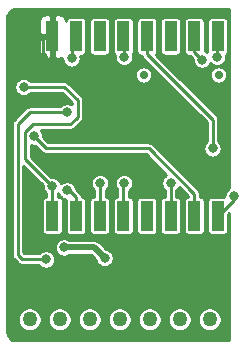
<source format=gbr>
G04 #@! TF.GenerationSoftware,KiCad,Pcbnew,(5.1.5)-3*
G04 #@! TF.CreationDate,2020-03-19T01:35:53+01:00*
G04 #@! TF.ProjectId,ESP8266_RGBA_Receiver,45535038-3236-4365-9f52-4742415f5265,rev?*
G04 #@! TF.SameCoordinates,Original*
G04 #@! TF.FileFunction,Copper,L2,Bot*
G04 #@! TF.FilePolarity,Positive*
%FSLAX46Y46*%
G04 Gerber Fmt 4.6, Leading zero omitted, Abs format (unit mm)*
G04 Created by KiCad (PCBNEW (5.1.5)-3) date 2020-03-19 01:35:53*
%MOMM*%
%LPD*%
G04 APERTURE LIST*
%ADD10C,1.270000*%
%ADD11R,1.000000X2.500000*%
%ADD12C,0.704800*%
%ADD13C,0.800000*%
%ADD14C,0.250000*%
%ADD15C,0.500000*%
%ADD16C,0.254000*%
G04 APERTURE END LIST*
D10*
X80391000Y-76200000D03*
X82931000Y-76200000D03*
X85471000Y-76200000D03*
X88011000Y-76200000D03*
X90551000Y-76200000D03*
X93091000Y-76200000D03*
X95631000Y-76200000D03*
D11*
X96329000Y-67437000D03*
X94329000Y-67437000D03*
X92329000Y-67437000D03*
X90329000Y-67437000D03*
X88329000Y-67437000D03*
X86329000Y-67437000D03*
X84329000Y-67437000D03*
X82329000Y-67437000D03*
X82329000Y-52237000D03*
X84329000Y-52237000D03*
X86329000Y-52237000D03*
X88329000Y-52237000D03*
X90329000Y-52237000D03*
X92329000Y-52237000D03*
X94329000Y-52237000D03*
X96329000Y-52237000D03*
D12*
X90043000Y-55499000D03*
X96393000Y-55499000D03*
D13*
X81534000Y-53975000D03*
X83566000Y-58674000D03*
X81788000Y-71120000D03*
X82296000Y-64897000D03*
X92329000Y-64643000D03*
X79883000Y-56515000D03*
X88392000Y-53975000D03*
X96266000Y-53975000D03*
X94996000Y-54192000D03*
X97663000Y-65786000D03*
X95885000Y-61722000D03*
X86360000Y-64643000D03*
X86741000Y-70993000D03*
X83312000Y-70104000D03*
X83566000Y-65278000D03*
X80772000Y-60706000D03*
X83947000Y-54102000D03*
X88392000Y-64643000D03*
D14*
X81534000Y-52282000D02*
X81534000Y-53975000D01*
X82329000Y-52237000D02*
X81579000Y-52237000D01*
X81579000Y-52237000D02*
X81534000Y-52282000D01*
X81788000Y-71120000D02*
X79756000Y-71120000D01*
X79375000Y-70739000D02*
X79375000Y-70612000D01*
X79756000Y-71120000D02*
X79375000Y-70739000D01*
X83000315Y-58674000D02*
X83566000Y-58674000D01*
X79375000Y-70612000D02*
X79375000Y-59690000D01*
X80391000Y-58674000D02*
X83000315Y-58674000D01*
X79375000Y-59690000D02*
X80391000Y-58674000D01*
X82296000Y-64897000D02*
X82296000Y-65904000D01*
X82296000Y-65904000D02*
X82329000Y-65937000D01*
X82329000Y-65937000D02*
X82329000Y-67437000D01*
X92329000Y-65208685D02*
X92329000Y-67437000D01*
X92329000Y-64643000D02*
X92329000Y-65208685D01*
X80046999Y-60357999D02*
X80714998Y-59690000D01*
X82296000Y-64897000D02*
X80046999Y-62647999D01*
X80046999Y-62647999D02*
X80046999Y-60357999D01*
X80714998Y-59690000D02*
X83623002Y-59690000D01*
X83623002Y-59690000D02*
X83820000Y-59690000D01*
X83820000Y-59690000D02*
X84291001Y-59218999D01*
X84291001Y-59218999D02*
X84455000Y-59055000D01*
X84455000Y-59055000D02*
X84455000Y-57658000D01*
X84455000Y-57658000D02*
X83312000Y-56515000D01*
X83312000Y-56515000D02*
X79883000Y-56515000D01*
X88392000Y-52300000D02*
X88329000Y-52237000D01*
X88392000Y-53975000D02*
X88392000Y-52300000D01*
X96266000Y-52300000D02*
X96329000Y-52237000D01*
X96266000Y-53975000D02*
X96266000Y-52300000D01*
X94329000Y-52237000D02*
X94329000Y-53525000D01*
X94329000Y-53525000D02*
X94996000Y-54192000D01*
X97663000Y-66103000D02*
X96329000Y-67437000D01*
X97663000Y-65786000D02*
X97663000Y-66103000D01*
X90329000Y-53737000D02*
X90329000Y-52237000D01*
X95885000Y-59293000D02*
X90329000Y-53737000D01*
X95885000Y-61722000D02*
X95885000Y-59293000D01*
X86360000Y-67406000D02*
X86329000Y-67437000D01*
X86360000Y-64643000D02*
X86360000Y-67406000D01*
D15*
X86741000Y-70993000D02*
X86341001Y-70593001D01*
X86341001Y-70593001D02*
X85852000Y-70104000D01*
X85852000Y-70104000D02*
X83312000Y-70104000D01*
D14*
X84329000Y-65937000D02*
X84329000Y-67437000D01*
X84329000Y-65856315D02*
X84329000Y-65937000D01*
X83750685Y-65278000D02*
X84329000Y-65856315D01*
X83566000Y-65278000D02*
X83750685Y-65278000D01*
X94329000Y-65569998D02*
X90481002Y-61722000D01*
X94329000Y-67437000D02*
X94329000Y-65569998D01*
X90481002Y-61722000D02*
X81788000Y-61722000D01*
X81788000Y-61722000D02*
X80772000Y-60706000D01*
X83947000Y-52619000D02*
X84329000Y-52237000D01*
X83947000Y-54102000D02*
X83947000Y-52619000D01*
X88329000Y-67437000D02*
X88329000Y-64706000D01*
X88329000Y-64706000D02*
X88392000Y-64643000D01*
D16*
G36*
X97282000Y-65101276D02*
G01*
X97165141Y-65179358D01*
X97056358Y-65288141D01*
X96970887Y-65416058D01*
X96912013Y-65558191D01*
X96882000Y-65709078D01*
X96882000Y-65809377D01*
X96829000Y-65804157D01*
X95829000Y-65804157D01*
X95754311Y-65811513D01*
X95682492Y-65833299D01*
X95616304Y-65868678D01*
X95558289Y-65916289D01*
X95510678Y-65974304D01*
X95475299Y-66040492D01*
X95453513Y-66112311D01*
X95446157Y-66187000D01*
X95446157Y-68687000D01*
X95453513Y-68761689D01*
X95475299Y-68833508D01*
X95510678Y-68899696D01*
X95558289Y-68957711D01*
X95616304Y-69005322D01*
X95682492Y-69040701D01*
X95754311Y-69062487D01*
X95829000Y-69069843D01*
X96829000Y-69069843D01*
X96903689Y-69062487D01*
X96975508Y-69040701D01*
X97041696Y-69005322D01*
X97099711Y-68957711D01*
X97147322Y-68899696D01*
X97182701Y-68833508D01*
X97204487Y-68761689D01*
X97211843Y-68687000D01*
X97211843Y-67269748D01*
X97282000Y-67199591D01*
X97282000Y-77953000D01*
X79191654Y-77953000D01*
X79043829Y-77938506D01*
X78920731Y-77901340D01*
X78807196Y-77840972D01*
X78707549Y-77759702D01*
X78625587Y-77660626D01*
X78564426Y-77547513D01*
X78526404Y-77424682D01*
X78511000Y-77278123D01*
X78511000Y-76099933D01*
X79375000Y-76099933D01*
X79375000Y-76300067D01*
X79414044Y-76496356D01*
X79490632Y-76681256D01*
X79601821Y-76847662D01*
X79743338Y-76989179D01*
X79909744Y-77100368D01*
X80094644Y-77176956D01*
X80290933Y-77216000D01*
X80491067Y-77216000D01*
X80687356Y-77176956D01*
X80872256Y-77100368D01*
X81038662Y-76989179D01*
X81180179Y-76847662D01*
X81291368Y-76681256D01*
X81367956Y-76496356D01*
X81407000Y-76300067D01*
X81407000Y-76099933D01*
X81915000Y-76099933D01*
X81915000Y-76300067D01*
X81954044Y-76496356D01*
X82030632Y-76681256D01*
X82141821Y-76847662D01*
X82283338Y-76989179D01*
X82449744Y-77100368D01*
X82634644Y-77176956D01*
X82830933Y-77216000D01*
X83031067Y-77216000D01*
X83227356Y-77176956D01*
X83412256Y-77100368D01*
X83578662Y-76989179D01*
X83720179Y-76847662D01*
X83831368Y-76681256D01*
X83907956Y-76496356D01*
X83947000Y-76300067D01*
X83947000Y-76099933D01*
X84455000Y-76099933D01*
X84455000Y-76300067D01*
X84494044Y-76496356D01*
X84570632Y-76681256D01*
X84681821Y-76847662D01*
X84823338Y-76989179D01*
X84989744Y-77100368D01*
X85174644Y-77176956D01*
X85370933Y-77216000D01*
X85571067Y-77216000D01*
X85767356Y-77176956D01*
X85952256Y-77100368D01*
X86118662Y-76989179D01*
X86260179Y-76847662D01*
X86371368Y-76681256D01*
X86447956Y-76496356D01*
X86487000Y-76300067D01*
X86487000Y-76099933D01*
X86995000Y-76099933D01*
X86995000Y-76300067D01*
X87034044Y-76496356D01*
X87110632Y-76681256D01*
X87221821Y-76847662D01*
X87363338Y-76989179D01*
X87529744Y-77100368D01*
X87714644Y-77176956D01*
X87910933Y-77216000D01*
X88111067Y-77216000D01*
X88307356Y-77176956D01*
X88492256Y-77100368D01*
X88658662Y-76989179D01*
X88800179Y-76847662D01*
X88911368Y-76681256D01*
X88987956Y-76496356D01*
X89027000Y-76300067D01*
X89027000Y-76099933D01*
X89535000Y-76099933D01*
X89535000Y-76300067D01*
X89574044Y-76496356D01*
X89650632Y-76681256D01*
X89761821Y-76847662D01*
X89903338Y-76989179D01*
X90069744Y-77100368D01*
X90254644Y-77176956D01*
X90450933Y-77216000D01*
X90651067Y-77216000D01*
X90847356Y-77176956D01*
X91032256Y-77100368D01*
X91198662Y-76989179D01*
X91340179Y-76847662D01*
X91451368Y-76681256D01*
X91527956Y-76496356D01*
X91567000Y-76300067D01*
X91567000Y-76099933D01*
X92075000Y-76099933D01*
X92075000Y-76300067D01*
X92114044Y-76496356D01*
X92190632Y-76681256D01*
X92301821Y-76847662D01*
X92443338Y-76989179D01*
X92609744Y-77100368D01*
X92794644Y-77176956D01*
X92990933Y-77216000D01*
X93191067Y-77216000D01*
X93387356Y-77176956D01*
X93572256Y-77100368D01*
X93738662Y-76989179D01*
X93880179Y-76847662D01*
X93991368Y-76681256D01*
X94067956Y-76496356D01*
X94107000Y-76300067D01*
X94107000Y-76099933D01*
X94615000Y-76099933D01*
X94615000Y-76300067D01*
X94654044Y-76496356D01*
X94730632Y-76681256D01*
X94841821Y-76847662D01*
X94983338Y-76989179D01*
X95149744Y-77100368D01*
X95334644Y-77176956D01*
X95530933Y-77216000D01*
X95731067Y-77216000D01*
X95927356Y-77176956D01*
X96112256Y-77100368D01*
X96278662Y-76989179D01*
X96420179Y-76847662D01*
X96531368Y-76681256D01*
X96607956Y-76496356D01*
X96647000Y-76300067D01*
X96647000Y-76099933D01*
X96607956Y-75903644D01*
X96531368Y-75718744D01*
X96420179Y-75552338D01*
X96278662Y-75410821D01*
X96112256Y-75299632D01*
X95927356Y-75223044D01*
X95731067Y-75184000D01*
X95530933Y-75184000D01*
X95334644Y-75223044D01*
X95149744Y-75299632D01*
X94983338Y-75410821D01*
X94841821Y-75552338D01*
X94730632Y-75718744D01*
X94654044Y-75903644D01*
X94615000Y-76099933D01*
X94107000Y-76099933D01*
X94067956Y-75903644D01*
X93991368Y-75718744D01*
X93880179Y-75552338D01*
X93738662Y-75410821D01*
X93572256Y-75299632D01*
X93387356Y-75223044D01*
X93191067Y-75184000D01*
X92990933Y-75184000D01*
X92794644Y-75223044D01*
X92609744Y-75299632D01*
X92443338Y-75410821D01*
X92301821Y-75552338D01*
X92190632Y-75718744D01*
X92114044Y-75903644D01*
X92075000Y-76099933D01*
X91567000Y-76099933D01*
X91527956Y-75903644D01*
X91451368Y-75718744D01*
X91340179Y-75552338D01*
X91198662Y-75410821D01*
X91032256Y-75299632D01*
X90847356Y-75223044D01*
X90651067Y-75184000D01*
X90450933Y-75184000D01*
X90254644Y-75223044D01*
X90069744Y-75299632D01*
X89903338Y-75410821D01*
X89761821Y-75552338D01*
X89650632Y-75718744D01*
X89574044Y-75903644D01*
X89535000Y-76099933D01*
X89027000Y-76099933D01*
X88987956Y-75903644D01*
X88911368Y-75718744D01*
X88800179Y-75552338D01*
X88658662Y-75410821D01*
X88492256Y-75299632D01*
X88307356Y-75223044D01*
X88111067Y-75184000D01*
X87910933Y-75184000D01*
X87714644Y-75223044D01*
X87529744Y-75299632D01*
X87363338Y-75410821D01*
X87221821Y-75552338D01*
X87110632Y-75718744D01*
X87034044Y-75903644D01*
X86995000Y-76099933D01*
X86487000Y-76099933D01*
X86447956Y-75903644D01*
X86371368Y-75718744D01*
X86260179Y-75552338D01*
X86118662Y-75410821D01*
X85952256Y-75299632D01*
X85767356Y-75223044D01*
X85571067Y-75184000D01*
X85370933Y-75184000D01*
X85174644Y-75223044D01*
X84989744Y-75299632D01*
X84823338Y-75410821D01*
X84681821Y-75552338D01*
X84570632Y-75718744D01*
X84494044Y-75903644D01*
X84455000Y-76099933D01*
X83947000Y-76099933D01*
X83907956Y-75903644D01*
X83831368Y-75718744D01*
X83720179Y-75552338D01*
X83578662Y-75410821D01*
X83412256Y-75299632D01*
X83227356Y-75223044D01*
X83031067Y-75184000D01*
X82830933Y-75184000D01*
X82634644Y-75223044D01*
X82449744Y-75299632D01*
X82283338Y-75410821D01*
X82141821Y-75552338D01*
X82030632Y-75718744D01*
X81954044Y-75903644D01*
X81915000Y-76099933D01*
X81407000Y-76099933D01*
X81367956Y-75903644D01*
X81291368Y-75718744D01*
X81180179Y-75552338D01*
X81038662Y-75410821D01*
X80872256Y-75299632D01*
X80687356Y-75223044D01*
X80491067Y-75184000D01*
X80290933Y-75184000D01*
X80094644Y-75223044D01*
X79909744Y-75299632D01*
X79743338Y-75410821D01*
X79601821Y-75552338D01*
X79490632Y-75718744D01*
X79414044Y-75903644D01*
X79375000Y-76099933D01*
X78511000Y-76099933D01*
X78511000Y-59690000D01*
X78866553Y-59690000D01*
X78869001Y-59714856D01*
X78869000Y-70587146D01*
X78869000Y-70714154D01*
X78866553Y-70739000D01*
X78869000Y-70763846D01*
X78869000Y-70763853D01*
X78876322Y-70838192D01*
X78905255Y-70933574D01*
X78952241Y-71021479D01*
X79015473Y-71098527D01*
X79034785Y-71114376D01*
X79380628Y-71460220D01*
X79396473Y-71479527D01*
X79473521Y-71542759D01*
X79561425Y-71589745D01*
X79634607Y-71611944D01*
X79656806Y-71618678D01*
X79666694Y-71619652D01*
X79731146Y-71626000D01*
X79731153Y-71626000D01*
X79755999Y-71628447D01*
X79780845Y-71626000D01*
X81189499Y-71626000D01*
X81290141Y-71726642D01*
X81418058Y-71812113D01*
X81560191Y-71870987D01*
X81711078Y-71901000D01*
X81864922Y-71901000D01*
X82015809Y-71870987D01*
X82157942Y-71812113D01*
X82285859Y-71726642D01*
X82394642Y-71617859D01*
X82480113Y-71489942D01*
X82538987Y-71347809D01*
X82569000Y-71196922D01*
X82569000Y-71043078D01*
X82538987Y-70892191D01*
X82480113Y-70750058D01*
X82394642Y-70622141D01*
X82285859Y-70513358D01*
X82157942Y-70427887D01*
X82015809Y-70369013D01*
X81864922Y-70339000D01*
X81711078Y-70339000D01*
X81560191Y-70369013D01*
X81418058Y-70427887D01*
X81290141Y-70513358D01*
X81189499Y-70614000D01*
X79965592Y-70614000D01*
X79881000Y-70529409D01*
X79881000Y-70027078D01*
X82531000Y-70027078D01*
X82531000Y-70180922D01*
X82561013Y-70331809D01*
X82619887Y-70473942D01*
X82705358Y-70601859D01*
X82814141Y-70710642D01*
X82942058Y-70796113D01*
X83084191Y-70854987D01*
X83235078Y-70885000D01*
X83388922Y-70885000D01*
X83539809Y-70854987D01*
X83681942Y-70796113D01*
X83773405Y-70735000D01*
X85590632Y-70735000D01*
X85916735Y-71061104D01*
X85916741Y-71061109D01*
X85968553Y-71112921D01*
X85990013Y-71220809D01*
X86048887Y-71362942D01*
X86134358Y-71490859D01*
X86243141Y-71599642D01*
X86371058Y-71685113D01*
X86513191Y-71743987D01*
X86664078Y-71774000D01*
X86817922Y-71774000D01*
X86968809Y-71743987D01*
X87110942Y-71685113D01*
X87238859Y-71599642D01*
X87347642Y-71490859D01*
X87433113Y-71362942D01*
X87491987Y-71220809D01*
X87522000Y-71069922D01*
X87522000Y-70916078D01*
X87491987Y-70765191D01*
X87433113Y-70623058D01*
X87347642Y-70495141D01*
X87238859Y-70386358D01*
X87110942Y-70300887D01*
X86968809Y-70242013D01*
X86860921Y-70220553D01*
X86809109Y-70168741D01*
X86809104Y-70168735D01*
X86320105Y-69679737D01*
X86300343Y-69655657D01*
X86204261Y-69576804D01*
X86094642Y-69518211D01*
X85975698Y-69482130D01*
X85882998Y-69473000D01*
X85882990Y-69473000D01*
X85852000Y-69469948D01*
X85821010Y-69473000D01*
X83773405Y-69473000D01*
X83681942Y-69411887D01*
X83539809Y-69353013D01*
X83388922Y-69323000D01*
X83235078Y-69323000D01*
X83084191Y-69353013D01*
X82942058Y-69411887D01*
X82814141Y-69497358D01*
X82705358Y-69606141D01*
X82619887Y-69734058D01*
X82561013Y-69876191D01*
X82531000Y-70027078D01*
X79881000Y-70027078D01*
X79881000Y-63197591D01*
X81515000Y-64831592D01*
X81515000Y-64973922D01*
X81545013Y-65124809D01*
X81603887Y-65266942D01*
X81689358Y-65394859D01*
X81790001Y-65495502D01*
X81790001Y-65807998D01*
X81754311Y-65811513D01*
X81682492Y-65833299D01*
X81616304Y-65868678D01*
X81558289Y-65916289D01*
X81510678Y-65974304D01*
X81475299Y-66040492D01*
X81453513Y-66112311D01*
X81446157Y-66187000D01*
X81446157Y-68687000D01*
X81453513Y-68761689D01*
X81475299Y-68833508D01*
X81510678Y-68899696D01*
X81558289Y-68957711D01*
X81616304Y-69005322D01*
X81682492Y-69040701D01*
X81754311Y-69062487D01*
X81829000Y-69069843D01*
X82829000Y-69069843D01*
X82903689Y-69062487D01*
X82975508Y-69040701D01*
X83041696Y-69005322D01*
X83099711Y-68957711D01*
X83147322Y-68899696D01*
X83182701Y-68833508D01*
X83204487Y-68761689D01*
X83211843Y-68687000D01*
X83211843Y-66187000D01*
X83204487Y-66112311D01*
X83182701Y-66040492D01*
X83147322Y-65974304D01*
X83099711Y-65916289D01*
X83041696Y-65868678D01*
X82975508Y-65833299D01*
X82903689Y-65811513D01*
X82829000Y-65804157D01*
X82817471Y-65804157D01*
X82802000Y-65753156D01*
X82802000Y-65495501D01*
X82811144Y-65486357D01*
X82815013Y-65505809D01*
X82873887Y-65647942D01*
X82959358Y-65775859D01*
X83068141Y-65884642D01*
X83196058Y-65970113D01*
X83338191Y-66028987D01*
X83470788Y-66055362D01*
X83453513Y-66112311D01*
X83446157Y-66187000D01*
X83446157Y-68687000D01*
X83453513Y-68761689D01*
X83475299Y-68833508D01*
X83510678Y-68899696D01*
X83558289Y-68957711D01*
X83616304Y-69005322D01*
X83682492Y-69040701D01*
X83754311Y-69062487D01*
X83829000Y-69069843D01*
X84829000Y-69069843D01*
X84903689Y-69062487D01*
X84975508Y-69040701D01*
X85041696Y-69005322D01*
X85099711Y-68957711D01*
X85147322Y-68899696D01*
X85182701Y-68833508D01*
X85204487Y-68761689D01*
X85211843Y-68687000D01*
X85211843Y-66187000D01*
X85446157Y-66187000D01*
X85446157Y-68687000D01*
X85453513Y-68761689D01*
X85475299Y-68833508D01*
X85510678Y-68899696D01*
X85558289Y-68957711D01*
X85616304Y-69005322D01*
X85682492Y-69040701D01*
X85754311Y-69062487D01*
X85829000Y-69069843D01*
X86829000Y-69069843D01*
X86903689Y-69062487D01*
X86975508Y-69040701D01*
X87041696Y-69005322D01*
X87099711Y-68957711D01*
X87147322Y-68899696D01*
X87182701Y-68833508D01*
X87204487Y-68761689D01*
X87211843Y-68687000D01*
X87211843Y-66187000D01*
X87446157Y-66187000D01*
X87446157Y-68687000D01*
X87453513Y-68761689D01*
X87475299Y-68833508D01*
X87510678Y-68899696D01*
X87558289Y-68957711D01*
X87616304Y-69005322D01*
X87682492Y-69040701D01*
X87754311Y-69062487D01*
X87829000Y-69069843D01*
X88829000Y-69069843D01*
X88903689Y-69062487D01*
X88975508Y-69040701D01*
X89041696Y-69005322D01*
X89099711Y-68957711D01*
X89147322Y-68899696D01*
X89182701Y-68833508D01*
X89204487Y-68761689D01*
X89211843Y-68687000D01*
X89211843Y-66187000D01*
X89446157Y-66187000D01*
X89446157Y-68687000D01*
X89453513Y-68761689D01*
X89475299Y-68833508D01*
X89510678Y-68899696D01*
X89558289Y-68957711D01*
X89616304Y-69005322D01*
X89682492Y-69040701D01*
X89754311Y-69062487D01*
X89829000Y-69069843D01*
X90829000Y-69069843D01*
X90903689Y-69062487D01*
X90975508Y-69040701D01*
X91041696Y-69005322D01*
X91099711Y-68957711D01*
X91147322Y-68899696D01*
X91182701Y-68833508D01*
X91204487Y-68761689D01*
X91211843Y-68687000D01*
X91211843Y-66187000D01*
X91204487Y-66112311D01*
X91182701Y-66040492D01*
X91147322Y-65974304D01*
X91099711Y-65916289D01*
X91041696Y-65868678D01*
X90975508Y-65833299D01*
X90903689Y-65811513D01*
X90829000Y-65804157D01*
X89829000Y-65804157D01*
X89754311Y-65811513D01*
X89682492Y-65833299D01*
X89616304Y-65868678D01*
X89558289Y-65916289D01*
X89510678Y-65974304D01*
X89475299Y-66040492D01*
X89453513Y-66112311D01*
X89446157Y-66187000D01*
X89211843Y-66187000D01*
X89204487Y-66112311D01*
X89182701Y-66040492D01*
X89147322Y-65974304D01*
X89099711Y-65916289D01*
X89041696Y-65868678D01*
X88975508Y-65833299D01*
X88903689Y-65811513D01*
X88835000Y-65804748D01*
X88835000Y-65286297D01*
X88889859Y-65249642D01*
X88998642Y-65140859D01*
X89084113Y-65012942D01*
X89142987Y-64870809D01*
X89173000Y-64719922D01*
X89173000Y-64566078D01*
X89142987Y-64415191D01*
X89084113Y-64273058D01*
X88998642Y-64145141D01*
X88889859Y-64036358D01*
X88761942Y-63950887D01*
X88619809Y-63892013D01*
X88468922Y-63862000D01*
X88315078Y-63862000D01*
X88164191Y-63892013D01*
X88022058Y-63950887D01*
X87894141Y-64036358D01*
X87785358Y-64145141D01*
X87699887Y-64273058D01*
X87641013Y-64415191D01*
X87611000Y-64566078D01*
X87611000Y-64719922D01*
X87641013Y-64870809D01*
X87699887Y-65012942D01*
X87785358Y-65140859D01*
X87823001Y-65178502D01*
X87823001Y-65804748D01*
X87754311Y-65811513D01*
X87682492Y-65833299D01*
X87616304Y-65868678D01*
X87558289Y-65916289D01*
X87510678Y-65974304D01*
X87475299Y-66040492D01*
X87453513Y-66112311D01*
X87446157Y-66187000D01*
X87211843Y-66187000D01*
X87204487Y-66112311D01*
X87182701Y-66040492D01*
X87147322Y-65974304D01*
X87099711Y-65916289D01*
X87041696Y-65868678D01*
X86975508Y-65833299D01*
X86903689Y-65811513D01*
X86866000Y-65807801D01*
X86866000Y-65241501D01*
X86966642Y-65140859D01*
X87052113Y-65012942D01*
X87110987Y-64870809D01*
X87141000Y-64719922D01*
X87141000Y-64566078D01*
X87110987Y-64415191D01*
X87052113Y-64273058D01*
X86966642Y-64145141D01*
X86857859Y-64036358D01*
X86729942Y-63950887D01*
X86587809Y-63892013D01*
X86436922Y-63862000D01*
X86283078Y-63862000D01*
X86132191Y-63892013D01*
X85990058Y-63950887D01*
X85862141Y-64036358D01*
X85753358Y-64145141D01*
X85667887Y-64273058D01*
X85609013Y-64415191D01*
X85579000Y-64566078D01*
X85579000Y-64719922D01*
X85609013Y-64870809D01*
X85667887Y-65012942D01*
X85753358Y-65140859D01*
X85854000Y-65241501D01*
X85854000Y-65804157D01*
X85829000Y-65804157D01*
X85754311Y-65811513D01*
X85682492Y-65833299D01*
X85616304Y-65868678D01*
X85558289Y-65916289D01*
X85510678Y-65974304D01*
X85475299Y-66040492D01*
X85453513Y-66112311D01*
X85446157Y-66187000D01*
X85211843Y-66187000D01*
X85204487Y-66112311D01*
X85182701Y-66040492D01*
X85147322Y-65974304D01*
X85099711Y-65916289D01*
X85041696Y-65868678D01*
X84975508Y-65833299D01*
X84903689Y-65811513D01*
X84832343Y-65804486D01*
X84827678Y-65757122D01*
X84798745Y-65661740D01*
X84782551Y-65631444D01*
X84751759Y-65573836D01*
X84688527Y-65496788D01*
X84669220Y-65480943D01*
X84336483Y-65148207D01*
X84316987Y-65050191D01*
X84258113Y-64908058D01*
X84172642Y-64780141D01*
X84063859Y-64671358D01*
X83935942Y-64585887D01*
X83793809Y-64527013D01*
X83642922Y-64497000D01*
X83489078Y-64497000D01*
X83338191Y-64527013D01*
X83196058Y-64585887D01*
X83068141Y-64671358D01*
X83050856Y-64688643D01*
X83046987Y-64669191D01*
X82988113Y-64527058D01*
X82902642Y-64399141D01*
X82793859Y-64290358D01*
X82665942Y-64204887D01*
X82523809Y-64146013D01*
X82372922Y-64116000D01*
X82230592Y-64116000D01*
X80552999Y-62438408D01*
X80552999Y-61458739D01*
X80695078Y-61487000D01*
X80837409Y-61487000D01*
X81412628Y-62062220D01*
X81428473Y-62081527D01*
X81505521Y-62144759D01*
X81593425Y-62191745D01*
X81688807Y-62220678D01*
X81763146Y-62228000D01*
X81763154Y-62228000D01*
X81788000Y-62230447D01*
X81812846Y-62228000D01*
X90271411Y-62228000D01*
X91983976Y-63940566D01*
X91959058Y-63950887D01*
X91831141Y-64036358D01*
X91722358Y-64145141D01*
X91636887Y-64273058D01*
X91578013Y-64415191D01*
X91548000Y-64566078D01*
X91548000Y-64719922D01*
X91578013Y-64870809D01*
X91636887Y-65012942D01*
X91722358Y-65140859D01*
X91823000Y-65241501D01*
X91823000Y-65804748D01*
X91754311Y-65811513D01*
X91682492Y-65833299D01*
X91616304Y-65868678D01*
X91558289Y-65916289D01*
X91510678Y-65974304D01*
X91475299Y-66040492D01*
X91453513Y-66112311D01*
X91446157Y-66187000D01*
X91446157Y-68687000D01*
X91453513Y-68761689D01*
X91475299Y-68833508D01*
X91510678Y-68899696D01*
X91558289Y-68957711D01*
X91616304Y-69005322D01*
X91682492Y-69040701D01*
X91754311Y-69062487D01*
X91829000Y-69069843D01*
X92829000Y-69069843D01*
X92903689Y-69062487D01*
X92975508Y-69040701D01*
X93041696Y-69005322D01*
X93099711Y-68957711D01*
X93147322Y-68899696D01*
X93182701Y-68833508D01*
X93204487Y-68761689D01*
X93211843Y-68687000D01*
X93211843Y-66187000D01*
X93204487Y-66112311D01*
X93182701Y-66040492D01*
X93147322Y-65974304D01*
X93099711Y-65916289D01*
X93041696Y-65868678D01*
X92975508Y-65833299D01*
X92903689Y-65811513D01*
X92835000Y-65804748D01*
X92835000Y-65241501D01*
X92935642Y-65140859D01*
X93021113Y-65012942D01*
X93031434Y-64988024D01*
X93823001Y-65779591D01*
X93823001Y-65804748D01*
X93754311Y-65811513D01*
X93682492Y-65833299D01*
X93616304Y-65868678D01*
X93558289Y-65916289D01*
X93510678Y-65974304D01*
X93475299Y-66040492D01*
X93453513Y-66112311D01*
X93446157Y-66187000D01*
X93446157Y-68687000D01*
X93453513Y-68761689D01*
X93475299Y-68833508D01*
X93510678Y-68899696D01*
X93558289Y-68957711D01*
X93616304Y-69005322D01*
X93682492Y-69040701D01*
X93754311Y-69062487D01*
X93829000Y-69069843D01*
X94829000Y-69069843D01*
X94903689Y-69062487D01*
X94975508Y-69040701D01*
X95041696Y-69005322D01*
X95099711Y-68957711D01*
X95147322Y-68899696D01*
X95182701Y-68833508D01*
X95204487Y-68761689D01*
X95211843Y-68687000D01*
X95211843Y-66187000D01*
X95204487Y-66112311D01*
X95182701Y-66040492D01*
X95147322Y-65974304D01*
X95099711Y-65916289D01*
X95041696Y-65868678D01*
X94975508Y-65833299D01*
X94903689Y-65811513D01*
X94835000Y-65804748D01*
X94835000Y-65594844D01*
X94837447Y-65569998D01*
X94835000Y-65545152D01*
X94835000Y-65545144D01*
X94827678Y-65470805D01*
X94798745Y-65375423D01*
X94751759Y-65287519D01*
X94688527Y-65210471D01*
X94669220Y-65194626D01*
X90856378Y-61381785D01*
X90840529Y-61362473D01*
X90763481Y-61299241D01*
X90675577Y-61252255D01*
X90580195Y-61223322D01*
X90505856Y-61216000D01*
X90505848Y-61216000D01*
X90481002Y-61213553D01*
X90456156Y-61216000D01*
X81997592Y-61216000D01*
X81553000Y-60771409D01*
X81553000Y-60629078D01*
X81522987Y-60478191D01*
X81464113Y-60336058D01*
X81378642Y-60208141D01*
X81366501Y-60196000D01*
X83795154Y-60196000D01*
X83820000Y-60198447D01*
X83844846Y-60196000D01*
X83844854Y-60196000D01*
X83919193Y-60188678D01*
X84014575Y-60159745D01*
X84102479Y-60112759D01*
X84179527Y-60049527D01*
X84195376Y-60030215D01*
X84666371Y-59559221D01*
X84666376Y-59559215D01*
X84795215Y-59430376D01*
X84814527Y-59414527D01*
X84877759Y-59337479D01*
X84924745Y-59249575D01*
X84953678Y-59154193D01*
X84961000Y-59079854D01*
X84961000Y-59079853D01*
X84963448Y-59055000D01*
X84961000Y-59030146D01*
X84961000Y-57682845D01*
X84963447Y-57657999D01*
X84961000Y-57633153D01*
X84961000Y-57633146D01*
X84953678Y-57558807D01*
X84924745Y-57463425D01*
X84877759Y-57375521D01*
X84814527Y-57298473D01*
X84795220Y-57282628D01*
X83687376Y-56174785D01*
X83671527Y-56155473D01*
X83594479Y-56092241D01*
X83506575Y-56045255D01*
X83411193Y-56016322D01*
X83336854Y-56009000D01*
X83336846Y-56009000D01*
X83312000Y-56006553D01*
X83287154Y-56009000D01*
X80481501Y-56009000D01*
X80380859Y-55908358D01*
X80252942Y-55822887D01*
X80110809Y-55764013D01*
X79959922Y-55734000D01*
X79806078Y-55734000D01*
X79655191Y-55764013D01*
X79513058Y-55822887D01*
X79385141Y-55908358D01*
X79276358Y-56017141D01*
X79190887Y-56145058D01*
X79132013Y-56287191D01*
X79102000Y-56438078D01*
X79102000Y-56591922D01*
X79132013Y-56742809D01*
X79190887Y-56884942D01*
X79276358Y-57012859D01*
X79385141Y-57121642D01*
X79513058Y-57207113D01*
X79655191Y-57265987D01*
X79806078Y-57296000D01*
X79959922Y-57296000D01*
X80110809Y-57265987D01*
X80252942Y-57207113D01*
X80380859Y-57121642D01*
X80481501Y-57021000D01*
X83102409Y-57021000D01*
X83949001Y-57867593D01*
X83949001Y-57990613D01*
X83935942Y-57981887D01*
X83793809Y-57923013D01*
X83642922Y-57893000D01*
X83489078Y-57893000D01*
X83338191Y-57923013D01*
X83196058Y-57981887D01*
X83068141Y-58067358D01*
X82967499Y-58168000D01*
X80415846Y-58168000D01*
X80391000Y-58165553D01*
X80366154Y-58168000D01*
X80366146Y-58168000D01*
X80291807Y-58175322D01*
X80196425Y-58204255D01*
X80108521Y-58251241D01*
X80031473Y-58314473D01*
X80015628Y-58333780D01*
X79034780Y-59314629D01*
X79015474Y-59330473D01*
X78952242Y-59407521D01*
X78942906Y-59424987D01*
X78905255Y-59495426D01*
X78876322Y-59590808D01*
X78866553Y-59690000D01*
X78511000Y-59690000D01*
X78511000Y-55426766D01*
X89309600Y-55426766D01*
X89309600Y-55571234D01*
X89337784Y-55712925D01*
X89393069Y-55846395D01*
X89473331Y-55966515D01*
X89575485Y-56068669D01*
X89695605Y-56148931D01*
X89829075Y-56204216D01*
X89970766Y-56232400D01*
X90115234Y-56232400D01*
X90256925Y-56204216D01*
X90390395Y-56148931D01*
X90510515Y-56068669D01*
X90612669Y-55966515D01*
X90692931Y-55846395D01*
X90748216Y-55712925D01*
X90776400Y-55571234D01*
X90776400Y-55426766D01*
X90748216Y-55285075D01*
X90692931Y-55151605D01*
X90612669Y-55031485D01*
X90510515Y-54929331D01*
X90390395Y-54849069D01*
X90256925Y-54793784D01*
X90115234Y-54765600D01*
X89970766Y-54765600D01*
X89829075Y-54793784D01*
X89695605Y-54849069D01*
X89575485Y-54929331D01*
X89473331Y-55031485D01*
X89393069Y-55151605D01*
X89337784Y-55285075D01*
X89309600Y-55426766D01*
X78511000Y-55426766D01*
X78511000Y-53487000D01*
X81190928Y-53487000D01*
X81203188Y-53611482D01*
X81239498Y-53731180D01*
X81298463Y-53841494D01*
X81377815Y-53938185D01*
X81474506Y-54017537D01*
X81584820Y-54076502D01*
X81704518Y-54112812D01*
X81829000Y-54125072D01*
X82043250Y-54122000D01*
X82202000Y-53963250D01*
X82202000Y-52364000D01*
X81352750Y-52364000D01*
X81194000Y-52522750D01*
X81190928Y-53487000D01*
X78511000Y-53487000D01*
X78511000Y-50987000D01*
X81190928Y-50987000D01*
X81194000Y-51951250D01*
X81352750Y-52110000D01*
X82202000Y-52110000D01*
X82202000Y-50510750D01*
X82456000Y-50510750D01*
X82456000Y-52110000D01*
X82476000Y-52110000D01*
X82476000Y-52364000D01*
X82456000Y-52364000D01*
X82456000Y-53963250D01*
X82614750Y-54122000D01*
X82829000Y-54125072D01*
X82953482Y-54112812D01*
X83073180Y-54076502D01*
X83166000Y-54026888D01*
X83166000Y-54178922D01*
X83196013Y-54329809D01*
X83254887Y-54471942D01*
X83340358Y-54599859D01*
X83449141Y-54708642D01*
X83577058Y-54794113D01*
X83719191Y-54852987D01*
X83870078Y-54883000D01*
X84023922Y-54883000D01*
X84174809Y-54852987D01*
X84316942Y-54794113D01*
X84444859Y-54708642D01*
X84553642Y-54599859D01*
X84639113Y-54471942D01*
X84697987Y-54329809D01*
X84728000Y-54178922D01*
X84728000Y-54025078D01*
X84697987Y-53874191D01*
X84696186Y-53869843D01*
X84829000Y-53869843D01*
X84903689Y-53862487D01*
X84975508Y-53840701D01*
X85041696Y-53805322D01*
X85099711Y-53757711D01*
X85147322Y-53699696D01*
X85182701Y-53633508D01*
X85204487Y-53561689D01*
X85211843Y-53487000D01*
X85211843Y-50987000D01*
X85446157Y-50987000D01*
X85446157Y-53487000D01*
X85453513Y-53561689D01*
X85475299Y-53633508D01*
X85510678Y-53699696D01*
X85558289Y-53757711D01*
X85616304Y-53805322D01*
X85682492Y-53840701D01*
X85754311Y-53862487D01*
X85829000Y-53869843D01*
X86829000Y-53869843D01*
X86903689Y-53862487D01*
X86975508Y-53840701D01*
X87041696Y-53805322D01*
X87099711Y-53757711D01*
X87147322Y-53699696D01*
X87182701Y-53633508D01*
X87204487Y-53561689D01*
X87211843Y-53487000D01*
X87211843Y-50987000D01*
X87446157Y-50987000D01*
X87446157Y-53487000D01*
X87453513Y-53561689D01*
X87475299Y-53633508D01*
X87510678Y-53699696D01*
X87558289Y-53757711D01*
X87616304Y-53805322D01*
X87628187Y-53811674D01*
X87611000Y-53898078D01*
X87611000Y-54051922D01*
X87641013Y-54202809D01*
X87699887Y-54344942D01*
X87785358Y-54472859D01*
X87894141Y-54581642D01*
X88022058Y-54667113D01*
X88164191Y-54725987D01*
X88315078Y-54756000D01*
X88468922Y-54756000D01*
X88619809Y-54725987D01*
X88761942Y-54667113D01*
X88889859Y-54581642D01*
X88998642Y-54472859D01*
X89084113Y-54344942D01*
X89142987Y-54202809D01*
X89173000Y-54051922D01*
X89173000Y-53898078D01*
X89142987Y-53747191D01*
X89131367Y-53719138D01*
X89147322Y-53699696D01*
X89182701Y-53633508D01*
X89204487Y-53561689D01*
X89211843Y-53487000D01*
X89211843Y-50987000D01*
X89446157Y-50987000D01*
X89446157Y-53487000D01*
X89453513Y-53561689D01*
X89475299Y-53633508D01*
X89510678Y-53699696D01*
X89558289Y-53757711D01*
X89616304Y-53805322D01*
X89682492Y-53840701D01*
X89754311Y-53862487D01*
X89829000Y-53869843D01*
X89840530Y-53869843D01*
X89859255Y-53931574D01*
X89906241Y-54019479D01*
X89969473Y-54096527D01*
X89988785Y-54112376D01*
X95379001Y-59502593D01*
X95379000Y-61123499D01*
X95278358Y-61224141D01*
X95192887Y-61352058D01*
X95134013Y-61494191D01*
X95104000Y-61645078D01*
X95104000Y-61798922D01*
X95134013Y-61949809D01*
X95192887Y-62091942D01*
X95278358Y-62219859D01*
X95387141Y-62328642D01*
X95515058Y-62414113D01*
X95657191Y-62472987D01*
X95808078Y-62503000D01*
X95961922Y-62503000D01*
X96112809Y-62472987D01*
X96254942Y-62414113D01*
X96382859Y-62328642D01*
X96491642Y-62219859D01*
X96577113Y-62091942D01*
X96635987Y-61949809D01*
X96666000Y-61798922D01*
X96666000Y-61645078D01*
X96635987Y-61494191D01*
X96577113Y-61352058D01*
X96491642Y-61224141D01*
X96391000Y-61123499D01*
X96391000Y-59317854D01*
X96393448Y-59293000D01*
X96383678Y-59193807D01*
X96354745Y-59098425D01*
X96353854Y-59096759D01*
X96307759Y-59010521D01*
X96244527Y-58933473D01*
X96225220Y-58917628D01*
X92734358Y-55426766D01*
X95659600Y-55426766D01*
X95659600Y-55571234D01*
X95687784Y-55712925D01*
X95743069Y-55846395D01*
X95823331Y-55966515D01*
X95925485Y-56068669D01*
X96045605Y-56148931D01*
X96179075Y-56204216D01*
X96320766Y-56232400D01*
X96465234Y-56232400D01*
X96606925Y-56204216D01*
X96740395Y-56148931D01*
X96860515Y-56068669D01*
X96962669Y-55966515D01*
X97042931Y-55846395D01*
X97098216Y-55712925D01*
X97126400Y-55571234D01*
X97126400Y-55426766D01*
X97098216Y-55285075D01*
X97042931Y-55151605D01*
X96962669Y-55031485D01*
X96860515Y-54929331D01*
X96740395Y-54849069D01*
X96606925Y-54793784D01*
X96465234Y-54765600D01*
X96320766Y-54765600D01*
X96179075Y-54793784D01*
X96045605Y-54849069D01*
X95925485Y-54929331D01*
X95823331Y-55031485D01*
X95743069Y-55151605D01*
X95687784Y-55285075D01*
X95659600Y-55426766D01*
X92734358Y-55426766D01*
X91080812Y-53773221D01*
X91099711Y-53757711D01*
X91147322Y-53699696D01*
X91182701Y-53633508D01*
X91204487Y-53561689D01*
X91211843Y-53487000D01*
X91211843Y-50987000D01*
X91446157Y-50987000D01*
X91446157Y-53487000D01*
X91453513Y-53561689D01*
X91475299Y-53633508D01*
X91510678Y-53699696D01*
X91558289Y-53757711D01*
X91616304Y-53805322D01*
X91682492Y-53840701D01*
X91754311Y-53862487D01*
X91829000Y-53869843D01*
X92829000Y-53869843D01*
X92903689Y-53862487D01*
X92975508Y-53840701D01*
X93041696Y-53805322D01*
X93099711Y-53757711D01*
X93147322Y-53699696D01*
X93182701Y-53633508D01*
X93204487Y-53561689D01*
X93211843Y-53487000D01*
X93211843Y-50987000D01*
X93446157Y-50987000D01*
X93446157Y-53487000D01*
X93453513Y-53561689D01*
X93475299Y-53633508D01*
X93510678Y-53699696D01*
X93558289Y-53757711D01*
X93616304Y-53805322D01*
X93682492Y-53840701D01*
X93754311Y-53862487D01*
X93829000Y-53869843D01*
X93957423Y-53869843D01*
X93969474Y-53884527D01*
X93988780Y-53900371D01*
X94215000Y-54126591D01*
X94215000Y-54268922D01*
X94245013Y-54419809D01*
X94303887Y-54561942D01*
X94389358Y-54689859D01*
X94498141Y-54798642D01*
X94626058Y-54884113D01*
X94768191Y-54942987D01*
X94919078Y-54973000D01*
X95072922Y-54973000D01*
X95223809Y-54942987D01*
X95365942Y-54884113D01*
X95493859Y-54798642D01*
X95602642Y-54689859D01*
X95688113Y-54561942D01*
X95705783Y-54519284D01*
X95768141Y-54581642D01*
X95896058Y-54667113D01*
X96038191Y-54725987D01*
X96189078Y-54756000D01*
X96342922Y-54756000D01*
X96493809Y-54725987D01*
X96635942Y-54667113D01*
X96763859Y-54581642D01*
X96872642Y-54472859D01*
X96958113Y-54344942D01*
X97016987Y-54202809D01*
X97047000Y-54051922D01*
X97047000Y-53898078D01*
X97029813Y-53811674D01*
X97041696Y-53805322D01*
X97099711Y-53757711D01*
X97147322Y-53699696D01*
X97182701Y-53633508D01*
X97204487Y-53561689D01*
X97211843Y-53487000D01*
X97211843Y-50987000D01*
X97204487Y-50912311D01*
X97182701Y-50840492D01*
X97147322Y-50774304D01*
X97099711Y-50716289D01*
X97041696Y-50668678D01*
X96975508Y-50633299D01*
X96903689Y-50611513D01*
X96829000Y-50604157D01*
X95829000Y-50604157D01*
X95754311Y-50611513D01*
X95682492Y-50633299D01*
X95616304Y-50668678D01*
X95558289Y-50716289D01*
X95510678Y-50774304D01*
X95475299Y-50840492D01*
X95453513Y-50912311D01*
X95446157Y-50987000D01*
X95446157Y-53487000D01*
X95453166Y-53558168D01*
X95365942Y-53499887D01*
X95223809Y-53441013D01*
X95211843Y-53438633D01*
X95211843Y-50987000D01*
X95204487Y-50912311D01*
X95182701Y-50840492D01*
X95147322Y-50774304D01*
X95099711Y-50716289D01*
X95041696Y-50668678D01*
X94975508Y-50633299D01*
X94903689Y-50611513D01*
X94829000Y-50604157D01*
X93829000Y-50604157D01*
X93754311Y-50611513D01*
X93682492Y-50633299D01*
X93616304Y-50668678D01*
X93558289Y-50716289D01*
X93510678Y-50774304D01*
X93475299Y-50840492D01*
X93453513Y-50912311D01*
X93446157Y-50987000D01*
X93211843Y-50987000D01*
X93204487Y-50912311D01*
X93182701Y-50840492D01*
X93147322Y-50774304D01*
X93099711Y-50716289D01*
X93041696Y-50668678D01*
X92975508Y-50633299D01*
X92903689Y-50611513D01*
X92829000Y-50604157D01*
X91829000Y-50604157D01*
X91754311Y-50611513D01*
X91682492Y-50633299D01*
X91616304Y-50668678D01*
X91558289Y-50716289D01*
X91510678Y-50774304D01*
X91475299Y-50840492D01*
X91453513Y-50912311D01*
X91446157Y-50987000D01*
X91211843Y-50987000D01*
X91204487Y-50912311D01*
X91182701Y-50840492D01*
X91147322Y-50774304D01*
X91099711Y-50716289D01*
X91041696Y-50668678D01*
X90975508Y-50633299D01*
X90903689Y-50611513D01*
X90829000Y-50604157D01*
X89829000Y-50604157D01*
X89754311Y-50611513D01*
X89682492Y-50633299D01*
X89616304Y-50668678D01*
X89558289Y-50716289D01*
X89510678Y-50774304D01*
X89475299Y-50840492D01*
X89453513Y-50912311D01*
X89446157Y-50987000D01*
X89211843Y-50987000D01*
X89204487Y-50912311D01*
X89182701Y-50840492D01*
X89147322Y-50774304D01*
X89099711Y-50716289D01*
X89041696Y-50668678D01*
X88975508Y-50633299D01*
X88903689Y-50611513D01*
X88829000Y-50604157D01*
X87829000Y-50604157D01*
X87754311Y-50611513D01*
X87682492Y-50633299D01*
X87616304Y-50668678D01*
X87558289Y-50716289D01*
X87510678Y-50774304D01*
X87475299Y-50840492D01*
X87453513Y-50912311D01*
X87446157Y-50987000D01*
X87211843Y-50987000D01*
X87204487Y-50912311D01*
X87182701Y-50840492D01*
X87147322Y-50774304D01*
X87099711Y-50716289D01*
X87041696Y-50668678D01*
X86975508Y-50633299D01*
X86903689Y-50611513D01*
X86829000Y-50604157D01*
X85829000Y-50604157D01*
X85754311Y-50611513D01*
X85682492Y-50633299D01*
X85616304Y-50668678D01*
X85558289Y-50716289D01*
X85510678Y-50774304D01*
X85475299Y-50840492D01*
X85453513Y-50912311D01*
X85446157Y-50987000D01*
X85211843Y-50987000D01*
X85204487Y-50912311D01*
X85182701Y-50840492D01*
X85147322Y-50774304D01*
X85099711Y-50716289D01*
X85041696Y-50668678D01*
X84975508Y-50633299D01*
X84903689Y-50611513D01*
X84829000Y-50604157D01*
X83829000Y-50604157D01*
X83754311Y-50611513D01*
X83682492Y-50633299D01*
X83616304Y-50668678D01*
X83558289Y-50716289D01*
X83510678Y-50774304D01*
X83475299Y-50840492D01*
X83458196Y-50896874D01*
X83454812Y-50862518D01*
X83418502Y-50742820D01*
X83359537Y-50632506D01*
X83280185Y-50535815D01*
X83183494Y-50456463D01*
X83073180Y-50397498D01*
X82953482Y-50361188D01*
X82829000Y-50348928D01*
X82614750Y-50352000D01*
X82456000Y-50510750D01*
X82202000Y-50510750D01*
X82043250Y-50352000D01*
X81829000Y-50348928D01*
X81704518Y-50361188D01*
X81584820Y-50397498D01*
X81474506Y-50456463D01*
X81377815Y-50535815D01*
X81298463Y-50632506D01*
X81239498Y-50742820D01*
X81203188Y-50862518D01*
X81190928Y-50987000D01*
X78511000Y-50987000D01*
X78511000Y-50616654D01*
X78525494Y-50468830D01*
X78562660Y-50345731D01*
X78623028Y-50232196D01*
X78704296Y-50132551D01*
X78803372Y-50050588D01*
X78916487Y-49989426D01*
X79039318Y-49951404D01*
X79185878Y-49936000D01*
X97282000Y-49936000D01*
X97282000Y-65101276D01*
G37*
X97282000Y-65101276D02*
X97165141Y-65179358D01*
X97056358Y-65288141D01*
X96970887Y-65416058D01*
X96912013Y-65558191D01*
X96882000Y-65709078D01*
X96882000Y-65809377D01*
X96829000Y-65804157D01*
X95829000Y-65804157D01*
X95754311Y-65811513D01*
X95682492Y-65833299D01*
X95616304Y-65868678D01*
X95558289Y-65916289D01*
X95510678Y-65974304D01*
X95475299Y-66040492D01*
X95453513Y-66112311D01*
X95446157Y-66187000D01*
X95446157Y-68687000D01*
X95453513Y-68761689D01*
X95475299Y-68833508D01*
X95510678Y-68899696D01*
X95558289Y-68957711D01*
X95616304Y-69005322D01*
X95682492Y-69040701D01*
X95754311Y-69062487D01*
X95829000Y-69069843D01*
X96829000Y-69069843D01*
X96903689Y-69062487D01*
X96975508Y-69040701D01*
X97041696Y-69005322D01*
X97099711Y-68957711D01*
X97147322Y-68899696D01*
X97182701Y-68833508D01*
X97204487Y-68761689D01*
X97211843Y-68687000D01*
X97211843Y-67269748D01*
X97282000Y-67199591D01*
X97282000Y-77953000D01*
X79191654Y-77953000D01*
X79043829Y-77938506D01*
X78920731Y-77901340D01*
X78807196Y-77840972D01*
X78707549Y-77759702D01*
X78625587Y-77660626D01*
X78564426Y-77547513D01*
X78526404Y-77424682D01*
X78511000Y-77278123D01*
X78511000Y-76099933D01*
X79375000Y-76099933D01*
X79375000Y-76300067D01*
X79414044Y-76496356D01*
X79490632Y-76681256D01*
X79601821Y-76847662D01*
X79743338Y-76989179D01*
X79909744Y-77100368D01*
X80094644Y-77176956D01*
X80290933Y-77216000D01*
X80491067Y-77216000D01*
X80687356Y-77176956D01*
X80872256Y-77100368D01*
X81038662Y-76989179D01*
X81180179Y-76847662D01*
X81291368Y-76681256D01*
X81367956Y-76496356D01*
X81407000Y-76300067D01*
X81407000Y-76099933D01*
X81915000Y-76099933D01*
X81915000Y-76300067D01*
X81954044Y-76496356D01*
X82030632Y-76681256D01*
X82141821Y-76847662D01*
X82283338Y-76989179D01*
X82449744Y-77100368D01*
X82634644Y-77176956D01*
X82830933Y-77216000D01*
X83031067Y-77216000D01*
X83227356Y-77176956D01*
X83412256Y-77100368D01*
X83578662Y-76989179D01*
X83720179Y-76847662D01*
X83831368Y-76681256D01*
X83907956Y-76496356D01*
X83947000Y-76300067D01*
X83947000Y-76099933D01*
X84455000Y-76099933D01*
X84455000Y-76300067D01*
X84494044Y-76496356D01*
X84570632Y-76681256D01*
X84681821Y-76847662D01*
X84823338Y-76989179D01*
X84989744Y-77100368D01*
X85174644Y-77176956D01*
X85370933Y-77216000D01*
X85571067Y-77216000D01*
X85767356Y-77176956D01*
X85952256Y-77100368D01*
X86118662Y-76989179D01*
X86260179Y-76847662D01*
X86371368Y-76681256D01*
X86447956Y-76496356D01*
X86487000Y-76300067D01*
X86487000Y-76099933D01*
X86995000Y-76099933D01*
X86995000Y-76300067D01*
X87034044Y-76496356D01*
X87110632Y-76681256D01*
X87221821Y-76847662D01*
X87363338Y-76989179D01*
X87529744Y-77100368D01*
X87714644Y-77176956D01*
X87910933Y-77216000D01*
X88111067Y-77216000D01*
X88307356Y-77176956D01*
X88492256Y-77100368D01*
X88658662Y-76989179D01*
X88800179Y-76847662D01*
X88911368Y-76681256D01*
X88987956Y-76496356D01*
X89027000Y-76300067D01*
X89027000Y-76099933D01*
X89535000Y-76099933D01*
X89535000Y-76300067D01*
X89574044Y-76496356D01*
X89650632Y-76681256D01*
X89761821Y-76847662D01*
X89903338Y-76989179D01*
X90069744Y-77100368D01*
X90254644Y-77176956D01*
X90450933Y-77216000D01*
X90651067Y-77216000D01*
X90847356Y-77176956D01*
X91032256Y-77100368D01*
X91198662Y-76989179D01*
X91340179Y-76847662D01*
X91451368Y-76681256D01*
X91527956Y-76496356D01*
X91567000Y-76300067D01*
X91567000Y-76099933D01*
X92075000Y-76099933D01*
X92075000Y-76300067D01*
X92114044Y-76496356D01*
X92190632Y-76681256D01*
X92301821Y-76847662D01*
X92443338Y-76989179D01*
X92609744Y-77100368D01*
X92794644Y-77176956D01*
X92990933Y-77216000D01*
X93191067Y-77216000D01*
X93387356Y-77176956D01*
X93572256Y-77100368D01*
X93738662Y-76989179D01*
X93880179Y-76847662D01*
X93991368Y-76681256D01*
X94067956Y-76496356D01*
X94107000Y-76300067D01*
X94107000Y-76099933D01*
X94615000Y-76099933D01*
X94615000Y-76300067D01*
X94654044Y-76496356D01*
X94730632Y-76681256D01*
X94841821Y-76847662D01*
X94983338Y-76989179D01*
X95149744Y-77100368D01*
X95334644Y-77176956D01*
X95530933Y-77216000D01*
X95731067Y-77216000D01*
X95927356Y-77176956D01*
X96112256Y-77100368D01*
X96278662Y-76989179D01*
X96420179Y-76847662D01*
X96531368Y-76681256D01*
X96607956Y-76496356D01*
X96647000Y-76300067D01*
X96647000Y-76099933D01*
X96607956Y-75903644D01*
X96531368Y-75718744D01*
X96420179Y-75552338D01*
X96278662Y-75410821D01*
X96112256Y-75299632D01*
X95927356Y-75223044D01*
X95731067Y-75184000D01*
X95530933Y-75184000D01*
X95334644Y-75223044D01*
X95149744Y-75299632D01*
X94983338Y-75410821D01*
X94841821Y-75552338D01*
X94730632Y-75718744D01*
X94654044Y-75903644D01*
X94615000Y-76099933D01*
X94107000Y-76099933D01*
X94067956Y-75903644D01*
X93991368Y-75718744D01*
X93880179Y-75552338D01*
X93738662Y-75410821D01*
X93572256Y-75299632D01*
X93387356Y-75223044D01*
X93191067Y-75184000D01*
X92990933Y-75184000D01*
X92794644Y-75223044D01*
X92609744Y-75299632D01*
X92443338Y-75410821D01*
X92301821Y-75552338D01*
X92190632Y-75718744D01*
X92114044Y-75903644D01*
X92075000Y-76099933D01*
X91567000Y-76099933D01*
X91527956Y-75903644D01*
X91451368Y-75718744D01*
X91340179Y-75552338D01*
X91198662Y-75410821D01*
X91032256Y-75299632D01*
X90847356Y-75223044D01*
X90651067Y-75184000D01*
X90450933Y-75184000D01*
X90254644Y-75223044D01*
X90069744Y-75299632D01*
X89903338Y-75410821D01*
X89761821Y-75552338D01*
X89650632Y-75718744D01*
X89574044Y-75903644D01*
X89535000Y-76099933D01*
X89027000Y-76099933D01*
X88987956Y-75903644D01*
X88911368Y-75718744D01*
X88800179Y-75552338D01*
X88658662Y-75410821D01*
X88492256Y-75299632D01*
X88307356Y-75223044D01*
X88111067Y-75184000D01*
X87910933Y-75184000D01*
X87714644Y-75223044D01*
X87529744Y-75299632D01*
X87363338Y-75410821D01*
X87221821Y-75552338D01*
X87110632Y-75718744D01*
X87034044Y-75903644D01*
X86995000Y-76099933D01*
X86487000Y-76099933D01*
X86447956Y-75903644D01*
X86371368Y-75718744D01*
X86260179Y-75552338D01*
X86118662Y-75410821D01*
X85952256Y-75299632D01*
X85767356Y-75223044D01*
X85571067Y-75184000D01*
X85370933Y-75184000D01*
X85174644Y-75223044D01*
X84989744Y-75299632D01*
X84823338Y-75410821D01*
X84681821Y-75552338D01*
X84570632Y-75718744D01*
X84494044Y-75903644D01*
X84455000Y-76099933D01*
X83947000Y-76099933D01*
X83907956Y-75903644D01*
X83831368Y-75718744D01*
X83720179Y-75552338D01*
X83578662Y-75410821D01*
X83412256Y-75299632D01*
X83227356Y-75223044D01*
X83031067Y-75184000D01*
X82830933Y-75184000D01*
X82634644Y-75223044D01*
X82449744Y-75299632D01*
X82283338Y-75410821D01*
X82141821Y-75552338D01*
X82030632Y-75718744D01*
X81954044Y-75903644D01*
X81915000Y-76099933D01*
X81407000Y-76099933D01*
X81367956Y-75903644D01*
X81291368Y-75718744D01*
X81180179Y-75552338D01*
X81038662Y-75410821D01*
X80872256Y-75299632D01*
X80687356Y-75223044D01*
X80491067Y-75184000D01*
X80290933Y-75184000D01*
X80094644Y-75223044D01*
X79909744Y-75299632D01*
X79743338Y-75410821D01*
X79601821Y-75552338D01*
X79490632Y-75718744D01*
X79414044Y-75903644D01*
X79375000Y-76099933D01*
X78511000Y-76099933D01*
X78511000Y-59690000D01*
X78866553Y-59690000D01*
X78869001Y-59714856D01*
X78869000Y-70587146D01*
X78869000Y-70714154D01*
X78866553Y-70739000D01*
X78869000Y-70763846D01*
X78869000Y-70763853D01*
X78876322Y-70838192D01*
X78905255Y-70933574D01*
X78952241Y-71021479D01*
X79015473Y-71098527D01*
X79034785Y-71114376D01*
X79380628Y-71460220D01*
X79396473Y-71479527D01*
X79473521Y-71542759D01*
X79561425Y-71589745D01*
X79634607Y-71611944D01*
X79656806Y-71618678D01*
X79666694Y-71619652D01*
X79731146Y-71626000D01*
X79731153Y-71626000D01*
X79755999Y-71628447D01*
X79780845Y-71626000D01*
X81189499Y-71626000D01*
X81290141Y-71726642D01*
X81418058Y-71812113D01*
X81560191Y-71870987D01*
X81711078Y-71901000D01*
X81864922Y-71901000D01*
X82015809Y-71870987D01*
X82157942Y-71812113D01*
X82285859Y-71726642D01*
X82394642Y-71617859D01*
X82480113Y-71489942D01*
X82538987Y-71347809D01*
X82569000Y-71196922D01*
X82569000Y-71043078D01*
X82538987Y-70892191D01*
X82480113Y-70750058D01*
X82394642Y-70622141D01*
X82285859Y-70513358D01*
X82157942Y-70427887D01*
X82015809Y-70369013D01*
X81864922Y-70339000D01*
X81711078Y-70339000D01*
X81560191Y-70369013D01*
X81418058Y-70427887D01*
X81290141Y-70513358D01*
X81189499Y-70614000D01*
X79965592Y-70614000D01*
X79881000Y-70529409D01*
X79881000Y-70027078D01*
X82531000Y-70027078D01*
X82531000Y-70180922D01*
X82561013Y-70331809D01*
X82619887Y-70473942D01*
X82705358Y-70601859D01*
X82814141Y-70710642D01*
X82942058Y-70796113D01*
X83084191Y-70854987D01*
X83235078Y-70885000D01*
X83388922Y-70885000D01*
X83539809Y-70854987D01*
X83681942Y-70796113D01*
X83773405Y-70735000D01*
X85590632Y-70735000D01*
X85916735Y-71061104D01*
X85916741Y-71061109D01*
X85968553Y-71112921D01*
X85990013Y-71220809D01*
X86048887Y-71362942D01*
X86134358Y-71490859D01*
X86243141Y-71599642D01*
X86371058Y-71685113D01*
X86513191Y-71743987D01*
X86664078Y-71774000D01*
X86817922Y-71774000D01*
X86968809Y-71743987D01*
X87110942Y-71685113D01*
X87238859Y-71599642D01*
X87347642Y-71490859D01*
X87433113Y-71362942D01*
X87491987Y-71220809D01*
X87522000Y-71069922D01*
X87522000Y-70916078D01*
X87491987Y-70765191D01*
X87433113Y-70623058D01*
X87347642Y-70495141D01*
X87238859Y-70386358D01*
X87110942Y-70300887D01*
X86968809Y-70242013D01*
X86860921Y-70220553D01*
X86809109Y-70168741D01*
X86809104Y-70168735D01*
X86320105Y-69679737D01*
X86300343Y-69655657D01*
X86204261Y-69576804D01*
X86094642Y-69518211D01*
X85975698Y-69482130D01*
X85882998Y-69473000D01*
X85882990Y-69473000D01*
X85852000Y-69469948D01*
X85821010Y-69473000D01*
X83773405Y-69473000D01*
X83681942Y-69411887D01*
X83539809Y-69353013D01*
X83388922Y-69323000D01*
X83235078Y-69323000D01*
X83084191Y-69353013D01*
X82942058Y-69411887D01*
X82814141Y-69497358D01*
X82705358Y-69606141D01*
X82619887Y-69734058D01*
X82561013Y-69876191D01*
X82531000Y-70027078D01*
X79881000Y-70027078D01*
X79881000Y-63197591D01*
X81515000Y-64831592D01*
X81515000Y-64973922D01*
X81545013Y-65124809D01*
X81603887Y-65266942D01*
X81689358Y-65394859D01*
X81790001Y-65495502D01*
X81790001Y-65807998D01*
X81754311Y-65811513D01*
X81682492Y-65833299D01*
X81616304Y-65868678D01*
X81558289Y-65916289D01*
X81510678Y-65974304D01*
X81475299Y-66040492D01*
X81453513Y-66112311D01*
X81446157Y-66187000D01*
X81446157Y-68687000D01*
X81453513Y-68761689D01*
X81475299Y-68833508D01*
X81510678Y-68899696D01*
X81558289Y-68957711D01*
X81616304Y-69005322D01*
X81682492Y-69040701D01*
X81754311Y-69062487D01*
X81829000Y-69069843D01*
X82829000Y-69069843D01*
X82903689Y-69062487D01*
X82975508Y-69040701D01*
X83041696Y-69005322D01*
X83099711Y-68957711D01*
X83147322Y-68899696D01*
X83182701Y-68833508D01*
X83204487Y-68761689D01*
X83211843Y-68687000D01*
X83211843Y-66187000D01*
X83204487Y-66112311D01*
X83182701Y-66040492D01*
X83147322Y-65974304D01*
X83099711Y-65916289D01*
X83041696Y-65868678D01*
X82975508Y-65833299D01*
X82903689Y-65811513D01*
X82829000Y-65804157D01*
X82817471Y-65804157D01*
X82802000Y-65753156D01*
X82802000Y-65495501D01*
X82811144Y-65486357D01*
X82815013Y-65505809D01*
X82873887Y-65647942D01*
X82959358Y-65775859D01*
X83068141Y-65884642D01*
X83196058Y-65970113D01*
X83338191Y-66028987D01*
X83470788Y-66055362D01*
X83453513Y-66112311D01*
X83446157Y-66187000D01*
X83446157Y-68687000D01*
X83453513Y-68761689D01*
X83475299Y-68833508D01*
X83510678Y-68899696D01*
X83558289Y-68957711D01*
X83616304Y-69005322D01*
X83682492Y-69040701D01*
X83754311Y-69062487D01*
X83829000Y-69069843D01*
X84829000Y-69069843D01*
X84903689Y-69062487D01*
X84975508Y-69040701D01*
X85041696Y-69005322D01*
X85099711Y-68957711D01*
X85147322Y-68899696D01*
X85182701Y-68833508D01*
X85204487Y-68761689D01*
X85211843Y-68687000D01*
X85211843Y-66187000D01*
X85446157Y-66187000D01*
X85446157Y-68687000D01*
X85453513Y-68761689D01*
X85475299Y-68833508D01*
X85510678Y-68899696D01*
X85558289Y-68957711D01*
X85616304Y-69005322D01*
X85682492Y-69040701D01*
X85754311Y-69062487D01*
X85829000Y-69069843D01*
X86829000Y-69069843D01*
X86903689Y-69062487D01*
X86975508Y-69040701D01*
X87041696Y-69005322D01*
X87099711Y-68957711D01*
X87147322Y-68899696D01*
X87182701Y-68833508D01*
X87204487Y-68761689D01*
X87211843Y-68687000D01*
X87211843Y-66187000D01*
X87446157Y-66187000D01*
X87446157Y-68687000D01*
X87453513Y-68761689D01*
X87475299Y-68833508D01*
X87510678Y-68899696D01*
X87558289Y-68957711D01*
X87616304Y-69005322D01*
X87682492Y-69040701D01*
X87754311Y-69062487D01*
X87829000Y-69069843D01*
X88829000Y-69069843D01*
X88903689Y-69062487D01*
X88975508Y-69040701D01*
X89041696Y-69005322D01*
X89099711Y-68957711D01*
X89147322Y-68899696D01*
X89182701Y-68833508D01*
X89204487Y-68761689D01*
X89211843Y-68687000D01*
X89211843Y-66187000D01*
X89446157Y-66187000D01*
X89446157Y-68687000D01*
X89453513Y-68761689D01*
X89475299Y-68833508D01*
X89510678Y-68899696D01*
X89558289Y-68957711D01*
X89616304Y-69005322D01*
X89682492Y-69040701D01*
X89754311Y-69062487D01*
X89829000Y-69069843D01*
X90829000Y-69069843D01*
X90903689Y-69062487D01*
X90975508Y-69040701D01*
X91041696Y-69005322D01*
X91099711Y-68957711D01*
X91147322Y-68899696D01*
X91182701Y-68833508D01*
X91204487Y-68761689D01*
X91211843Y-68687000D01*
X91211843Y-66187000D01*
X91204487Y-66112311D01*
X91182701Y-66040492D01*
X91147322Y-65974304D01*
X91099711Y-65916289D01*
X91041696Y-65868678D01*
X90975508Y-65833299D01*
X90903689Y-65811513D01*
X90829000Y-65804157D01*
X89829000Y-65804157D01*
X89754311Y-65811513D01*
X89682492Y-65833299D01*
X89616304Y-65868678D01*
X89558289Y-65916289D01*
X89510678Y-65974304D01*
X89475299Y-66040492D01*
X89453513Y-66112311D01*
X89446157Y-66187000D01*
X89211843Y-66187000D01*
X89204487Y-66112311D01*
X89182701Y-66040492D01*
X89147322Y-65974304D01*
X89099711Y-65916289D01*
X89041696Y-65868678D01*
X88975508Y-65833299D01*
X88903689Y-65811513D01*
X88835000Y-65804748D01*
X88835000Y-65286297D01*
X88889859Y-65249642D01*
X88998642Y-65140859D01*
X89084113Y-65012942D01*
X89142987Y-64870809D01*
X89173000Y-64719922D01*
X89173000Y-64566078D01*
X89142987Y-64415191D01*
X89084113Y-64273058D01*
X88998642Y-64145141D01*
X88889859Y-64036358D01*
X88761942Y-63950887D01*
X88619809Y-63892013D01*
X88468922Y-63862000D01*
X88315078Y-63862000D01*
X88164191Y-63892013D01*
X88022058Y-63950887D01*
X87894141Y-64036358D01*
X87785358Y-64145141D01*
X87699887Y-64273058D01*
X87641013Y-64415191D01*
X87611000Y-64566078D01*
X87611000Y-64719922D01*
X87641013Y-64870809D01*
X87699887Y-65012942D01*
X87785358Y-65140859D01*
X87823001Y-65178502D01*
X87823001Y-65804748D01*
X87754311Y-65811513D01*
X87682492Y-65833299D01*
X87616304Y-65868678D01*
X87558289Y-65916289D01*
X87510678Y-65974304D01*
X87475299Y-66040492D01*
X87453513Y-66112311D01*
X87446157Y-66187000D01*
X87211843Y-66187000D01*
X87204487Y-66112311D01*
X87182701Y-66040492D01*
X87147322Y-65974304D01*
X87099711Y-65916289D01*
X87041696Y-65868678D01*
X86975508Y-65833299D01*
X86903689Y-65811513D01*
X86866000Y-65807801D01*
X86866000Y-65241501D01*
X86966642Y-65140859D01*
X87052113Y-65012942D01*
X87110987Y-64870809D01*
X87141000Y-64719922D01*
X87141000Y-64566078D01*
X87110987Y-64415191D01*
X87052113Y-64273058D01*
X86966642Y-64145141D01*
X86857859Y-64036358D01*
X86729942Y-63950887D01*
X86587809Y-63892013D01*
X86436922Y-63862000D01*
X86283078Y-63862000D01*
X86132191Y-63892013D01*
X85990058Y-63950887D01*
X85862141Y-64036358D01*
X85753358Y-64145141D01*
X85667887Y-64273058D01*
X85609013Y-64415191D01*
X85579000Y-64566078D01*
X85579000Y-64719922D01*
X85609013Y-64870809D01*
X85667887Y-65012942D01*
X85753358Y-65140859D01*
X85854000Y-65241501D01*
X85854000Y-65804157D01*
X85829000Y-65804157D01*
X85754311Y-65811513D01*
X85682492Y-65833299D01*
X85616304Y-65868678D01*
X85558289Y-65916289D01*
X85510678Y-65974304D01*
X85475299Y-66040492D01*
X85453513Y-66112311D01*
X85446157Y-66187000D01*
X85211843Y-66187000D01*
X85204487Y-66112311D01*
X85182701Y-66040492D01*
X85147322Y-65974304D01*
X85099711Y-65916289D01*
X85041696Y-65868678D01*
X84975508Y-65833299D01*
X84903689Y-65811513D01*
X84832343Y-65804486D01*
X84827678Y-65757122D01*
X84798745Y-65661740D01*
X84782551Y-65631444D01*
X84751759Y-65573836D01*
X84688527Y-65496788D01*
X84669220Y-65480943D01*
X84336483Y-65148207D01*
X84316987Y-65050191D01*
X84258113Y-64908058D01*
X84172642Y-64780141D01*
X84063859Y-64671358D01*
X83935942Y-64585887D01*
X83793809Y-64527013D01*
X83642922Y-64497000D01*
X83489078Y-64497000D01*
X83338191Y-64527013D01*
X83196058Y-64585887D01*
X83068141Y-64671358D01*
X83050856Y-64688643D01*
X83046987Y-64669191D01*
X82988113Y-64527058D01*
X82902642Y-64399141D01*
X82793859Y-64290358D01*
X82665942Y-64204887D01*
X82523809Y-64146013D01*
X82372922Y-64116000D01*
X82230592Y-64116000D01*
X80552999Y-62438408D01*
X80552999Y-61458739D01*
X80695078Y-61487000D01*
X80837409Y-61487000D01*
X81412628Y-62062220D01*
X81428473Y-62081527D01*
X81505521Y-62144759D01*
X81593425Y-62191745D01*
X81688807Y-62220678D01*
X81763146Y-62228000D01*
X81763154Y-62228000D01*
X81788000Y-62230447D01*
X81812846Y-62228000D01*
X90271411Y-62228000D01*
X91983976Y-63940566D01*
X91959058Y-63950887D01*
X91831141Y-64036358D01*
X91722358Y-64145141D01*
X91636887Y-64273058D01*
X91578013Y-64415191D01*
X91548000Y-64566078D01*
X91548000Y-64719922D01*
X91578013Y-64870809D01*
X91636887Y-65012942D01*
X91722358Y-65140859D01*
X91823000Y-65241501D01*
X91823000Y-65804748D01*
X91754311Y-65811513D01*
X91682492Y-65833299D01*
X91616304Y-65868678D01*
X91558289Y-65916289D01*
X91510678Y-65974304D01*
X91475299Y-66040492D01*
X91453513Y-66112311D01*
X91446157Y-66187000D01*
X91446157Y-68687000D01*
X91453513Y-68761689D01*
X91475299Y-68833508D01*
X91510678Y-68899696D01*
X91558289Y-68957711D01*
X91616304Y-69005322D01*
X91682492Y-69040701D01*
X91754311Y-69062487D01*
X91829000Y-69069843D01*
X92829000Y-69069843D01*
X92903689Y-69062487D01*
X92975508Y-69040701D01*
X93041696Y-69005322D01*
X93099711Y-68957711D01*
X93147322Y-68899696D01*
X93182701Y-68833508D01*
X93204487Y-68761689D01*
X93211843Y-68687000D01*
X93211843Y-66187000D01*
X93204487Y-66112311D01*
X93182701Y-66040492D01*
X93147322Y-65974304D01*
X93099711Y-65916289D01*
X93041696Y-65868678D01*
X92975508Y-65833299D01*
X92903689Y-65811513D01*
X92835000Y-65804748D01*
X92835000Y-65241501D01*
X92935642Y-65140859D01*
X93021113Y-65012942D01*
X93031434Y-64988024D01*
X93823001Y-65779591D01*
X93823001Y-65804748D01*
X93754311Y-65811513D01*
X93682492Y-65833299D01*
X93616304Y-65868678D01*
X93558289Y-65916289D01*
X93510678Y-65974304D01*
X93475299Y-66040492D01*
X93453513Y-66112311D01*
X93446157Y-66187000D01*
X93446157Y-68687000D01*
X93453513Y-68761689D01*
X93475299Y-68833508D01*
X93510678Y-68899696D01*
X93558289Y-68957711D01*
X93616304Y-69005322D01*
X93682492Y-69040701D01*
X93754311Y-69062487D01*
X93829000Y-69069843D01*
X94829000Y-69069843D01*
X94903689Y-69062487D01*
X94975508Y-69040701D01*
X95041696Y-69005322D01*
X95099711Y-68957711D01*
X95147322Y-68899696D01*
X95182701Y-68833508D01*
X95204487Y-68761689D01*
X95211843Y-68687000D01*
X95211843Y-66187000D01*
X95204487Y-66112311D01*
X95182701Y-66040492D01*
X95147322Y-65974304D01*
X95099711Y-65916289D01*
X95041696Y-65868678D01*
X94975508Y-65833299D01*
X94903689Y-65811513D01*
X94835000Y-65804748D01*
X94835000Y-65594844D01*
X94837447Y-65569998D01*
X94835000Y-65545152D01*
X94835000Y-65545144D01*
X94827678Y-65470805D01*
X94798745Y-65375423D01*
X94751759Y-65287519D01*
X94688527Y-65210471D01*
X94669220Y-65194626D01*
X90856378Y-61381785D01*
X90840529Y-61362473D01*
X90763481Y-61299241D01*
X90675577Y-61252255D01*
X90580195Y-61223322D01*
X90505856Y-61216000D01*
X90505848Y-61216000D01*
X90481002Y-61213553D01*
X90456156Y-61216000D01*
X81997592Y-61216000D01*
X81553000Y-60771409D01*
X81553000Y-60629078D01*
X81522987Y-60478191D01*
X81464113Y-60336058D01*
X81378642Y-60208141D01*
X81366501Y-60196000D01*
X83795154Y-60196000D01*
X83820000Y-60198447D01*
X83844846Y-60196000D01*
X83844854Y-60196000D01*
X83919193Y-60188678D01*
X84014575Y-60159745D01*
X84102479Y-60112759D01*
X84179527Y-60049527D01*
X84195376Y-60030215D01*
X84666371Y-59559221D01*
X84666376Y-59559215D01*
X84795215Y-59430376D01*
X84814527Y-59414527D01*
X84877759Y-59337479D01*
X84924745Y-59249575D01*
X84953678Y-59154193D01*
X84961000Y-59079854D01*
X84961000Y-59079853D01*
X84963448Y-59055000D01*
X84961000Y-59030146D01*
X84961000Y-57682845D01*
X84963447Y-57657999D01*
X84961000Y-57633153D01*
X84961000Y-57633146D01*
X84953678Y-57558807D01*
X84924745Y-57463425D01*
X84877759Y-57375521D01*
X84814527Y-57298473D01*
X84795220Y-57282628D01*
X83687376Y-56174785D01*
X83671527Y-56155473D01*
X83594479Y-56092241D01*
X83506575Y-56045255D01*
X83411193Y-56016322D01*
X83336854Y-56009000D01*
X83336846Y-56009000D01*
X83312000Y-56006553D01*
X83287154Y-56009000D01*
X80481501Y-56009000D01*
X80380859Y-55908358D01*
X80252942Y-55822887D01*
X80110809Y-55764013D01*
X79959922Y-55734000D01*
X79806078Y-55734000D01*
X79655191Y-55764013D01*
X79513058Y-55822887D01*
X79385141Y-55908358D01*
X79276358Y-56017141D01*
X79190887Y-56145058D01*
X79132013Y-56287191D01*
X79102000Y-56438078D01*
X79102000Y-56591922D01*
X79132013Y-56742809D01*
X79190887Y-56884942D01*
X79276358Y-57012859D01*
X79385141Y-57121642D01*
X79513058Y-57207113D01*
X79655191Y-57265987D01*
X79806078Y-57296000D01*
X79959922Y-57296000D01*
X80110809Y-57265987D01*
X80252942Y-57207113D01*
X80380859Y-57121642D01*
X80481501Y-57021000D01*
X83102409Y-57021000D01*
X83949001Y-57867593D01*
X83949001Y-57990613D01*
X83935942Y-57981887D01*
X83793809Y-57923013D01*
X83642922Y-57893000D01*
X83489078Y-57893000D01*
X83338191Y-57923013D01*
X83196058Y-57981887D01*
X83068141Y-58067358D01*
X82967499Y-58168000D01*
X80415846Y-58168000D01*
X80391000Y-58165553D01*
X80366154Y-58168000D01*
X80366146Y-58168000D01*
X80291807Y-58175322D01*
X80196425Y-58204255D01*
X80108521Y-58251241D01*
X80031473Y-58314473D01*
X80015628Y-58333780D01*
X79034780Y-59314629D01*
X79015474Y-59330473D01*
X78952242Y-59407521D01*
X78942906Y-59424987D01*
X78905255Y-59495426D01*
X78876322Y-59590808D01*
X78866553Y-59690000D01*
X78511000Y-59690000D01*
X78511000Y-55426766D01*
X89309600Y-55426766D01*
X89309600Y-55571234D01*
X89337784Y-55712925D01*
X89393069Y-55846395D01*
X89473331Y-55966515D01*
X89575485Y-56068669D01*
X89695605Y-56148931D01*
X89829075Y-56204216D01*
X89970766Y-56232400D01*
X90115234Y-56232400D01*
X90256925Y-56204216D01*
X90390395Y-56148931D01*
X90510515Y-56068669D01*
X90612669Y-55966515D01*
X90692931Y-55846395D01*
X90748216Y-55712925D01*
X90776400Y-55571234D01*
X90776400Y-55426766D01*
X90748216Y-55285075D01*
X90692931Y-55151605D01*
X90612669Y-55031485D01*
X90510515Y-54929331D01*
X90390395Y-54849069D01*
X90256925Y-54793784D01*
X90115234Y-54765600D01*
X89970766Y-54765600D01*
X89829075Y-54793784D01*
X89695605Y-54849069D01*
X89575485Y-54929331D01*
X89473331Y-55031485D01*
X89393069Y-55151605D01*
X89337784Y-55285075D01*
X89309600Y-55426766D01*
X78511000Y-55426766D01*
X78511000Y-53487000D01*
X81190928Y-53487000D01*
X81203188Y-53611482D01*
X81239498Y-53731180D01*
X81298463Y-53841494D01*
X81377815Y-53938185D01*
X81474506Y-54017537D01*
X81584820Y-54076502D01*
X81704518Y-54112812D01*
X81829000Y-54125072D01*
X82043250Y-54122000D01*
X82202000Y-53963250D01*
X82202000Y-52364000D01*
X81352750Y-52364000D01*
X81194000Y-52522750D01*
X81190928Y-53487000D01*
X78511000Y-53487000D01*
X78511000Y-50987000D01*
X81190928Y-50987000D01*
X81194000Y-51951250D01*
X81352750Y-52110000D01*
X82202000Y-52110000D01*
X82202000Y-50510750D01*
X82456000Y-50510750D01*
X82456000Y-52110000D01*
X82476000Y-52110000D01*
X82476000Y-52364000D01*
X82456000Y-52364000D01*
X82456000Y-53963250D01*
X82614750Y-54122000D01*
X82829000Y-54125072D01*
X82953482Y-54112812D01*
X83073180Y-54076502D01*
X83166000Y-54026888D01*
X83166000Y-54178922D01*
X83196013Y-54329809D01*
X83254887Y-54471942D01*
X83340358Y-54599859D01*
X83449141Y-54708642D01*
X83577058Y-54794113D01*
X83719191Y-54852987D01*
X83870078Y-54883000D01*
X84023922Y-54883000D01*
X84174809Y-54852987D01*
X84316942Y-54794113D01*
X84444859Y-54708642D01*
X84553642Y-54599859D01*
X84639113Y-54471942D01*
X84697987Y-54329809D01*
X84728000Y-54178922D01*
X84728000Y-54025078D01*
X84697987Y-53874191D01*
X84696186Y-53869843D01*
X84829000Y-53869843D01*
X84903689Y-53862487D01*
X84975508Y-53840701D01*
X85041696Y-53805322D01*
X85099711Y-53757711D01*
X85147322Y-53699696D01*
X85182701Y-53633508D01*
X85204487Y-53561689D01*
X85211843Y-53487000D01*
X85211843Y-50987000D01*
X85446157Y-50987000D01*
X85446157Y-53487000D01*
X85453513Y-53561689D01*
X85475299Y-53633508D01*
X85510678Y-53699696D01*
X85558289Y-53757711D01*
X85616304Y-53805322D01*
X85682492Y-53840701D01*
X85754311Y-53862487D01*
X85829000Y-53869843D01*
X86829000Y-53869843D01*
X86903689Y-53862487D01*
X86975508Y-53840701D01*
X87041696Y-53805322D01*
X87099711Y-53757711D01*
X87147322Y-53699696D01*
X87182701Y-53633508D01*
X87204487Y-53561689D01*
X87211843Y-53487000D01*
X87211843Y-50987000D01*
X87446157Y-50987000D01*
X87446157Y-53487000D01*
X87453513Y-53561689D01*
X87475299Y-53633508D01*
X87510678Y-53699696D01*
X87558289Y-53757711D01*
X87616304Y-53805322D01*
X87628187Y-53811674D01*
X87611000Y-53898078D01*
X87611000Y-54051922D01*
X87641013Y-54202809D01*
X87699887Y-54344942D01*
X87785358Y-54472859D01*
X87894141Y-54581642D01*
X88022058Y-54667113D01*
X88164191Y-54725987D01*
X88315078Y-54756000D01*
X88468922Y-54756000D01*
X88619809Y-54725987D01*
X88761942Y-54667113D01*
X88889859Y-54581642D01*
X88998642Y-54472859D01*
X89084113Y-54344942D01*
X89142987Y-54202809D01*
X89173000Y-54051922D01*
X89173000Y-53898078D01*
X89142987Y-53747191D01*
X89131367Y-53719138D01*
X89147322Y-53699696D01*
X89182701Y-53633508D01*
X89204487Y-53561689D01*
X89211843Y-53487000D01*
X89211843Y-50987000D01*
X89446157Y-50987000D01*
X89446157Y-53487000D01*
X89453513Y-53561689D01*
X89475299Y-53633508D01*
X89510678Y-53699696D01*
X89558289Y-53757711D01*
X89616304Y-53805322D01*
X89682492Y-53840701D01*
X89754311Y-53862487D01*
X89829000Y-53869843D01*
X89840530Y-53869843D01*
X89859255Y-53931574D01*
X89906241Y-54019479D01*
X89969473Y-54096527D01*
X89988785Y-54112376D01*
X95379001Y-59502593D01*
X95379000Y-61123499D01*
X95278358Y-61224141D01*
X95192887Y-61352058D01*
X95134013Y-61494191D01*
X95104000Y-61645078D01*
X95104000Y-61798922D01*
X95134013Y-61949809D01*
X95192887Y-62091942D01*
X95278358Y-62219859D01*
X95387141Y-62328642D01*
X95515058Y-62414113D01*
X95657191Y-62472987D01*
X95808078Y-62503000D01*
X95961922Y-62503000D01*
X96112809Y-62472987D01*
X96254942Y-62414113D01*
X96382859Y-62328642D01*
X96491642Y-62219859D01*
X96577113Y-62091942D01*
X96635987Y-61949809D01*
X96666000Y-61798922D01*
X96666000Y-61645078D01*
X96635987Y-61494191D01*
X96577113Y-61352058D01*
X96491642Y-61224141D01*
X96391000Y-61123499D01*
X96391000Y-59317854D01*
X96393448Y-59293000D01*
X96383678Y-59193807D01*
X96354745Y-59098425D01*
X96353854Y-59096759D01*
X96307759Y-59010521D01*
X96244527Y-58933473D01*
X96225220Y-58917628D01*
X92734358Y-55426766D01*
X95659600Y-55426766D01*
X95659600Y-55571234D01*
X95687784Y-55712925D01*
X95743069Y-55846395D01*
X95823331Y-55966515D01*
X95925485Y-56068669D01*
X96045605Y-56148931D01*
X96179075Y-56204216D01*
X96320766Y-56232400D01*
X96465234Y-56232400D01*
X96606925Y-56204216D01*
X96740395Y-56148931D01*
X96860515Y-56068669D01*
X96962669Y-55966515D01*
X97042931Y-55846395D01*
X97098216Y-55712925D01*
X97126400Y-55571234D01*
X97126400Y-55426766D01*
X97098216Y-55285075D01*
X97042931Y-55151605D01*
X96962669Y-55031485D01*
X96860515Y-54929331D01*
X96740395Y-54849069D01*
X96606925Y-54793784D01*
X96465234Y-54765600D01*
X96320766Y-54765600D01*
X96179075Y-54793784D01*
X96045605Y-54849069D01*
X95925485Y-54929331D01*
X95823331Y-55031485D01*
X95743069Y-55151605D01*
X95687784Y-55285075D01*
X95659600Y-55426766D01*
X92734358Y-55426766D01*
X91080812Y-53773221D01*
X91099711Y-53757711D01*
X91147322Y-53699696D01*
X91182701Y-53633508D01*
X91204487Y-53561689D01*
X91211843Y-53487000D01*
X91211843Y-50987000D01*
X91446157Y-50987000D01*
X91446157Y-53487000D01*
X91453513Y-53561689D01*
X91475299Y-53633508D01*
X91510678Y-53699696D01*
X91558289Y-53757711D01*
X91616304Y-53805322D01*
X91682492Y-53840701D01*
X91754311Y-53862487D01*
X91829000Y-53869843D01*
X92829000Y-53869843D01*
X92903689Y-53862487D01*
X92975508Y-53840701D01*
X93041696Y-53805322D01*
X93099711Y-53757711D01*
X93147322Y-53699696D01*
X93182701Y-53633508D01*
X93204487Y-53561689D01*
X93211843Y-53487000D01*
X93211843Y-50987000D01*
X93446157Y-50987000D01*
X93446157Y-53487000D01*
X93453513Y-53561689D01*
X93475299Y-53633508D01*
X93510678Y-53699696D01*
X93558289Y-53757711D01*
X93616304Y-53805322D01*
X93682492Y-53840701D01*
X93754311Y-53862487D01*
X93829000Y-53869843D01*
X93957423Y-53869843D01*
X93969474Y-53884527D01*
X93988780Y-53900371D01*
X94215000Y-54126591D01*
X94215000Y-54268922D01*
X94245013Y-54419809D01*
X94303887Y-54561942D01*
X94389358Y-54689859D01*
X94498141Y-54798642D01*
X94626058Y-54884113D01*
X94768191Y-54942987D01*
X94919078Y-54973000D01*
X95072922Y-54973000D01*
X95223809Y-54942987D01*
X95365942Y-54884113D01*
X95493859Y-54798642D01*
X95602642Y-54689859D01*
X95688113Y-54561942D01*
X95705783Y-54519284D01*
X95768141Y-54581642D01*
X95896058Y-54667113D01*
X96038191Y-54725987D01*
X96189078Y-54756000D01*
X96342922Y-54756000D01*
X96493809Y-54725987D01*
X96635942Y-54667113D01*
X96763859Y-54581642D01*
X96872642Y-54472859D01*
X96958113Y-54344942D01*
X97016987Y-54202809D01*
X97047000Y-54051922D01*
X97047000Y-53898078D01*
X97029813Y-53811674D01*
X97041696Y-53805322D01*
X97099711Y-53757711D01*
X97147322Y-53699696D01*
X97182701Y-53633508D01*
X97204487Y-53561689D01*
X97211843Y-53487000D01*
X97211843Y-50987000D01*
X97204487Y-50912311D01*
X97182701Y-50840492D01*
X97147322Y-50774304D01*
X97099711Y-50716289D01*
X97041696Y-50668678D01*
X96975508Y-50633299D01*
X96903689Y-50611513D01*
X96829000Y-50604157D01*
X95829000Y-50604157D01*
X95754311Y-50611513D01*
X95682492Y-50633299D01*
X95616304Y-50668678D01*
X95558289Y-50716289D01*
X95510678Y-50774304D01*
X95475299Y-50840492D01*
X95453513Y-50912311D01*
X95446157Y-50987000D01*
X95446157Y-53487000D01*
X95453166Y-53558168D01*
X95365942Y-53499887D01*
X95223809Y-53441013D01*
X95211843Y-53438633D01*
X95211843Y-50987000D01*
X95204487Y-50912311D01*
X95182701Y-50840492D01*
X95147322Y-50774304D01*
X95099711Y-50716289D01*
X95041696Y-50668678D01*
X94975508Y-50633299D01*
X94903689Y-50611513D01*
X94829000Y-50604157D01*
X93829000Y-50604157D01*
X93754311Y-50611513D01*
X93682492Y-50633299D01*
X93616304Y-50668678D01*
X93558289Y-50716289D01*
X93510678Y-50774304D01*
X93475299Y-50840492D01*
X93453513Y-50912311D01*
X93446157Y-50987000D01*
X93211843Y-50987000D01*
X93204487Y-50912311D01*
X93182701Y-50840492D01*
X93147322Y-50774304D01*
X93099711Y-50716289D01*
X93041696Y-50668678D01*
X92975508Y-50633299D01*
X92903689Y-50611513D01*
X92829000Y-50604157D01*
X91829000Y-50604157D01*
X91754311Y-50611513D01*
X91682492Y-50633299D01*
X91616304Y-50668678D01*
X91558289Y-50716289D01*
X91510678Y-50774304D01*
X91475299Y-50840492D01*
X91453513Y-50912311D01*
X91446157Y-50987000D01*
X91211843Y-50987000D01*
X91204487Y-50912311D01*
X91182701Y-50840492D01*
X91147322Y-50774304D01*
X91099711Y-50716289D01*
X91041696Y-50668678D01*
X90975508Y-50633299D01*
X90903689Y-50611513D01*
X90829000Y-50604157D01*
X89829000Y-50604157D01*
X89754311Y-50611513D01*
X89682492Y-50633299D01*
X89616304Y-50668678D01*
X89558289Y-50716289D01*
X89510678Y-50774304D01*
X89475299Y-50840492D01*
X89453513Y-50912311D01*
X89446157Y-50987000D01*
X89211843Y-50987000D01*
X89204487Y-50912311D01*
X89182701Y-50840492D01*
X89147322Y-50774304D01*
X89099711Y-50716289D01*
X89041696Y-50668678D01*
X88975508Y-50633299D01*
X88903689Y-50611513D01*
X88829000Y-50604157D01*
X87829000Y-50604157D01*
X87754311Y-50611513D01*
X87682492Y-50633299D01*
X87616304Y-50668678D01*
X87558289Y-50716289D01*
X87510678Y-50774304D01*
X87475299Y-50840492D01*
X87453513Y-50912311D01*
X87446157Y-50987000D01*
X87211843Y-50987000D01*
X87204487Y-50912311D01*
X87182701Y-50840492D01*
X87147322Y-50774304D01*
X87099711Y-50716289D01*
X87041696Y-50668678D01*
X86975508Y-50633299D01*
X86903689Y-50611513D01*
X86829000Y-50604157D01*
X85829000Y-50604157D01*
X85754311Y-50611513D01*
X85682492Y-50633299D01*
X85616304Y-50668678D01*
X85558289Y-50716289D01*
X85510678Y-50774304D01*
X85475299Y-50840492D01*
X85453513Y-50912311D01*
X85446157Y-50987000D01*
X85211843Y-50987000D01*
X85204487Y-50912311D01*
X85182701Y-50840492D01*
X85147322Y-50774304D01*
X85099711Y-50716289D01*
X85041696Y-50668678D01*
X84975508Y-50633299D01*
X84903689Y-50611513D01*
X84829000Y-50604157D01*
X83829000Y-50604157D01*
X83754311Y-50611513D01*
X83682492Y-50633299D01*
X83616304Y-50668678D01*
X83558289Y-50716289D01*
X83510678Y-50774304D01*
X83475299Y-50840492D01*
X83458196Y-50896874D01*
X83454812Y-50862518D01*
X83418502Y-50742820D01*
X83359537Y-50632506D01*
X83280185Y-50535815D01*
X83183494Y-50456463D01*
X83073180Y-50397498D01*
X82953482Y-50361188D01*
X82829000Y-50348928D01*
X82614750Y-50352000D01*
X82456000Y-50510750D01*
X82202000Y-50510750D01*
X82043250Y-50352000D01*
X81829000Y-50348928D01*
X81704518Y-50361188D01*
X81584820Y-50397498D01*
X81474506Y-50456463D01*
X81377815Y-50535815D01*
X81298463Y-50632506D01*
X81239498Y-50742820D01*
X81203188Y-50862518D01*
X81190928Y-50987000D01*
X78511000Y-50987000D01*
X78511000Y-50616654D01*
X78525494Y-50468830D01*
X78562660Y-50345731D01*
X78623028Y-50232196D01*
X78704296Y-50132551D01*
X78803372Y-50050588D01*
X78916487Y-49989426D01*
X79039318Y-49951404D01*
X79185878Y-49936000D01*
X97282000Y-49936000D01*
X97282000Y-65101276D01*
M02*

</source>
